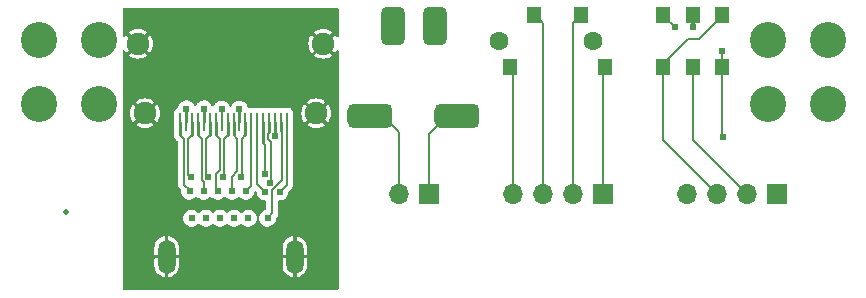
<source format=gbr>
%TF.GenerationSoftware,KiCad,Pcbnew,(6.0.2)*%
%TF.CreationDate,2022-03-04T15:26:31-05:00*%
%TF.ProjectId,Amiga500 Mod PCB Rev A,416d6967-6135-4303-9020-4d6f64205043,rev?*%
%TF.SameCoordinates,Original*%
%TF.FileFunction,Copper,L1,Top*%
%TF.FilePolarity,Positive*%
%FSLAX46Y46*%
G04 Gerber Fmt 4.6, Leading zero omitted, Abs format (unit mm)*
G04 Created by KiCad (PCBNEW (6.0.2)) date 2022-03-04 15:26:31*
%MOMM*%
%LPD*%
G01*
G04 APERTURE LIST*
G04 Aperture macros list*
%AMRoundRect*
0 Rectangle with rounded corners*
0 $1 Rounding radius*
0 $2 $3 $4 $5 $6 $7 $8 $9 X,Y pos of 4 corners*
0 Add a 4 corners polygon primitive as box body*
4,1,4,$2,$3,$4,$5,$6,$7,$8,$9,$2,$3,0*
0 Add four circle primitives for the rounded corners*
1,1,$1+$1,$2,$3*
1,1,$1+$1,$4,$5*
1,1,$1+$1,$6,$7*
1,1,$1+$1,$8,$9*
0 Add four rect primitives between the rounded corners*
20,1,$1+$1,$2,$3,$4,$5,0*
20,1,$1+$1,$4,$5,$6,$7,0*
20,1,$1+$1,$6,$7,$8,$9,0*
20,1,$1+$1,$8,$9,$2,$3,0*%
G04 Aperture macros list end*
%TA.AperFunction,ComponentPad*%
%ADD10C,1.600000*%
%TD*%
%TA.AperFunction,SMDPad,CuDef*%
%ADD11R,1.200000X1.400000*%
%TD*%
%TA.AperFunction,SMDPad,CuDef*%
%ADD12C,0.500000*%
%TD*%
%TA.AperFunction,SMDPad,CuDef*%
%ADD13R,0.280000X1.500000*%
%TD*%
%TA.AperFunction,ComponentPad*%
%ADD14C,1.900000*%
%TD*%
%TA.AperFunction,ComponentPad*%
%ADD15C,3.048000*%
%TD*%
%TA.AperFunction,ComponentPad*%
%ADD16R,1.700000X1.700000*%
%TD*%
%TA.AperFunction,ComponentPad*%
%ADD17O,1.700000X1.700000*%
%TD*%
%TA.AperFunction,SMDPad,CuDef*%
%ADD18RoundRect,0.508000X1.397000X0.508000X-1.397000X0.508000X-1.397000X-0.508000X1.397000X-0.508000X0*%
%TD*%
%TA.AperFunction,SMDPad,CuDef*%
%ADD19RoundRect,0.508000X-0.508000X1.117600X-0.508000X-1.117600X0.508000X-1.117600X0.508000X1.117600X0*%
%TD*%
%TA.AperFunction,ComponentPad*%
%ADD20O,1.450000X2.900000*%
%TD*%
%TA.AperFunction,ViaPad*%
%ADD21C,0.609600*%
%TD*%
%TA.AperFunction,Conductor*%
%ADD22C,0.203200*%
%TD*%
%TA.AperFunction,Conductor*%
%ADD23C,0.304800*%
%TD*%
%TA.AperFunction,Conductor*%
%ADD24C,0.279400*%
%TD*%
%TA.AperFunction,Conductor*%
%ADD25C,0.200000*%
%TD*%
G04 APERTURE END LIST*
D10*
%TO.P,SW2,6*%
%TO.N,N/C*%
X106506000Y-59182000D03*
%TO.P,SW2,5*%
X114506000Y-59182000D03*
D11*
%TO.P,SW2,1,1*%
%TO.N,Net-(J4-Pad1)*%
X115506000Y-61382000D03*
%TO.P,SW2,2,2*%
%TO.N,Net-(J4-Pad2)*%
X113506000Y-56982000D03*
%TO.P,SW2,3,3*%
%TO.N,Net-(J4-Pad3)*%
X109506000Y-56982000D03*
%TO.P,SW2,4,4*%
%TO.N,Net-(J4-Pad4)*%
X107506000Y-61382000D03*
%TD*%
D12*
%TO.P,FID1,*%
%TO.N,*%
X69850000Y-73660000D03*
%TD*%
D13*
%TO.P,J1,1,1*%
%TO.N,/TMDS_Data2+*%
X79570000Y-66035000D03*
%TO.P,J1,2,2*%
%TO.N,/TMDS Data2 shield*%
X80070000Y-66035000D03*
%TO.P,J1,3,3*%
%TO.N,/TMDS_Data2-*%
X80570000Y-66035000D03*
%TO.P,J1,4,4*%
%TO.N,/TMDS Data1+*%
X81070000Y-66035000D03*
%TO.P,J1,5,5*%
%TO.N,/TMDS Data1 shield*%
X81570000Y-66035000D03*
%TO.P,J1,6,6*%
%TO.N,/TMDS Data1-*%
X82070000Y-66035000D03*
%TO.P,J1,7,7*%
%TO.N,/TMDS Data0+*%
X82570000Y-66035000D03*
%TO.P,J1,8,8*%
%TO.N,/TMDS Data0 shield*%
X83070000Y-66035000D03*
%TO.P,J1,9,9*%
%TO.N,/TMDS Data0-*%
X83570000Y-66035000D03*
%TO.P,J1,10,10*%
%TO.N,/TMDS Clock+*%
X84070000Y-66035000D03*
%TO.P,J1,11,11*%
%TO.N,/TMDS Clock shield*%
X84570000Y-66035000D03*
%TO.P,J1,12,12*%
%TO.N,/TMDS Clock-*%
X85070000Y-66035000D03*
%TO.P,J1,13,13*%
%TO.N,/CEC*%
X85570000Y-66035000D03*
%TO.P,J1,14,14*%
%TO.N,/HEAC+*%
X86070000Y-66035000D03*
%TO.P,J1,15,15*%
%TO.N,/SCL*%
X86570000Y-66035000D03*
%TO.P,J1,16,16*%
%TO.N,/SDA*%
X87070000Y-66035000D03*
%TO.P,J1,17,17*%
%TO.N,/CEC Ground*%
X87570000Y-66035000D03*
%TO.P,J1,18,18*%
%TO.N,/+5V Power*%
X88070000Y-66035000D03*
%TO.P,J1,19,19*%
%TO.N,/Plug Detect*%
X88570000Y-66035000D03*
D14*
%TO.P,J1,S1,S1*%
%TO.N,GNDREF*%
X76570000Y-65335000D03*
%TO.P,J1,S2,S2*%
X75970000Y-59435000D03*
%TO.P,J1,S3,S3*%
X91670000Y-59435000D03*
%TO.P,J1,S4,S4*%
X91070000Y-65335000D03*
%TD*%
D15*
%TO.P,J7,1,Pin_1*%
%TO.N,unconnected-(J7-Pad1)*%
X134366000Y-59097700D03*
%TO.P,J7,2,Pin_2*%
%TO.N,unconnected-(J7-Pad2)*%
X129286000Y-59097700D03*
%TO.P,J7,3,Pin_3*%
%TO.N,unconnected-(J7-Pad3)*%
X129286000Y-64533300D03*
%TO.P,J7,4,Pin_4*%
%TO.N,unconnected-(J7-Pad4)*%
X134366000Y-64533300D03*
%TD*%
%TO.P,J6,1,Pin_1*%
%TO.N,unconnected-(J6-Pad1)*%
X72644000Y-59097700D03*
%TO.P,J6,2,Pin_2*%
%TO.N,unconnected-(J6-Pad2)*%
X67564000Y-59097700D03*
%TO.P,J6,3,Pin_3*%
%TO.N,unconnected-(J6-Pad3)*%
X67564000Y-64533300D03*
%TO.P,J6,4,Pin_4*%
%TO.N,unconnected-(J6-Pad4)*%
X72644000Y-64533300D03*
%TD*%
D16*
%TO.P,J3,1,Pin_1*%
%TO.N,Net-(J3-Pad1)*%
X100589004Y-72136000D03*
D17*
%TO.P,J3,2,Pin_2*%
%TO.N,Net-(J3-Pad2)*%
X98049000Y-72136000D03*
%TD*%
D18*
%TO.P,SW1,1,1*%
%TO.N,Net-(J3-Pad1)*%
X102997000Y-65562000D03*
%TO.P,SW1,2,2*%
%TO.N,Net-(J3-Pad2)*%
X95631000Y-65562000D03*
D19*
%TO.P,SW1,3*%
%TO.N,N/C*%
X101092000Y-57942000D03*
%TO.P,SW1,4*%
X97536000Y-57942000D03*
%TD*%
D16*
%TO.P,J5,1,Pin_1*%
%TO.N,Net-(J5-Pad1)*%
X130038000Y-72136000D03*
D17*
%TO.P,J5,2,Pin_2*%
%TO.N,Net-(J5-Pad2)*%
X127498000Y-72136000D03*
%TO.P,J5,3,Pin_3*%
%TO.N,Net-(J5-Pad3)*%
X124958000Y-72136000D03*
%TO.P,J5,4,Pin_4*%
%TO.N,Net-(J5-Pad4)*%
X122418000Y-72136000D03*
%TD*%
D11*
%TO.P,SW3,1,A*%
%TO.N,Net-(J5-Pad3)*%
X125436000Y-56982000D03*
%TO.P,SW3,2,B*%
%TO.N,Net-(J5-Pad1)*%
X122936000Y-56982000D03*
%TO.P,SW3,3,C*%
%TO.N,Net-(J5-Pad4)*%
X120436000Y-56982000D03*
%TO.P,SW3,4,A*%
X125436000Y-61382000D03*
%TO.P,SW3,5,B*%
%TO.N,Net-(J5-Pad2)*%
X122936000Y-61382000D03*
%TO.P,SW3,6,C*%
%TO.N,Net-(J5-Pad3)*%
X120436000Y-61382000D03*
%TD*%
D16*
%TO.P,J4,1,Pin_1*%
%TO.N,Net-(J4-Pad1)*%
X115306000Y-72136000D03*
D17*
%TO.P,J4,2,Pin_2*%
%TO.N,Net-(J4-Pad2)*%
X112766000Y-72136000D03*
%TO.P,J4,3,Pin_3*%
%TO.N,Net-(J4-Pad3)*%
X110226000Y-72136000D03*
%TO.P,J4,4,Pin_4*%
%TO.N,Net-(J4-Pad4)*%
X107686000Y-72136000D03*
%TD*%
D20*
%TO.P,J2,S3,SHIELD*%
%TO.N,GNDREF*%
X89245000Y-77470000D03*
%TO.P,J2,S4,SHIELD*%
X78395000Y-77470000D03*
%TD*%
D21*
%TO.N,Net-(J5-Pad4)*%
X125425200Y-60071000D03*
X121412000Y-58039000D03*
X125476000Y-67310000D03*
%TO.N,Net-(J5-Pad1)*%
X122936000Y-58039000D03*
%TO.N,/Plug Detect*%
X87986678Y-71984678D03*
%TO.N,/+5V Power*%
X86944200Y-74218800D03*
%TO.N,/HEAC+*%
X86741000Y-71983600D03*
%TO.N,/SDA*%
X87122000Y-71196200D03*
%TO.N,/SCL*%
X86690200Y-70510400D03*
%TO.N,/CEC*%
X85115400Y-71932800D03*
%TO.N,/CEC Ground*%
X85318600Y-74218800D03*
X87579189Y-67265782D03*
%TO.N,/TMDS Clock-*%
X84709000Y-70688200D03*
%TO.N,/TMDS Clock+*%
X83921600Y-71932800D03*
%TO.N,/TMDS Clock shield*%
X84124800Y-74218800D03*
X84556600Y-64973200D03*
%TO.N,/TMDS Data0-*%
X83134200Y-70713600D03*
%TO.N,/TMDS Data0+*%
X82727800Y-71932800D03*
%TO.N,/TMDS Data0 shield*%
X82931000Y-74218800D03*
X83058000Y-64973200D03*
%TO.N,/TMDS Data1-*%
X81915000Y-70739000D03*
%TO.N,/TMDS Data1+*%
X81534000Y-71932800D03*
%TO.N,/TMDS Data1 shield*%
X81737200Y-74218800D03*
X81559400Y-64947800D03*
%TO.N,/TMDS Data2 shield*%
X80518000Y-74218800D03*
X80060800Y-64947800D03*
%TO.N,/TMDS_Data2+*%
X80340200Y-71932800D03*
%TO.N,/TMDS_Data2-*%
X80441800Y-70713600D03*
%TD*%
D22*
%TO.N,/+5V Power*%
X87350600Y-73812400D02*
X87350600Y-71805800D01*
X87350600Y-71805800D02*
X88137500Y-71018900D01*
X88137500Y-71018900D02*
X88137500Y-66928500D01*
X88137500Y-66928500D02*
X88061800Y-66852800D01*
X86944200Y-74218800D02*
X87350600Y-73812400D01*
%TO.N,Net-(J5-Pad3)*%
X120436000Y-61174000D02*
X120436000Y-67614000D01*
X122555000Y-59055000D02*
X120436000Y-61174000D01*
X120436000Y-67614000D02*
X124958000Y-72136000D01*
X123444000Y-59055000D02*
X122555000Y-59055000D01*
X125436000Y-57063000D02*
X123444000Y-59055000D01*
X125436000Y-56936000D02*
X125436000Y-57063000D01*
%TO.N,Net-(J5-Pad2)*%
X122936000Y-67574000D02*
X122936000Y-61382000D01*
X127498000Y-72136000D02*
X122936000Y-67574000D01*
%TO.N,Net-(J5-Pad4)*%
X125436000Y-60081800D02*
X125436000Y-61128000D01*
X125425200Y-60071000D02*
X125436000Y-60081800D01*
D23*
%TO.N,Net-(J5-Pad1)*%
X122936000Y-58039000D02*
X122936000Y-56982000D01*
D22*
%TO.N,Net-(J5-Pad4)*%
X121412000Y-58039000D02*
X120436000Y-57063000D01*
%TO.N,Net-(J4-Pad3)*%
X110226000Y-72136000D02*
X110226000Y-57702000D01*
X110226000Y-57702000D02*
X109506000Y-56982000D01*
%TO.N,Net-(J4-Pad2)*%
X112766000Y-57722000D02*
X113506000Y-56982000D01*
X112766000Y-72136000D02*
X112766000Y-57722000D01*
%TO.N,Net-(J3-Pad1)*%
X102459000Y-65181000D02*
X102997000Y-65181000D01*
X100589000Y-72136000D02*
X100589000Y-67051000D01*
X100589000Y-67051000D02*
X102459000Y-65181000D01*
%TO.N,Net-(J3-Pad2)*%
X96281000Y-65181000D02*
X95631000Y-65181000D01*
X98049000Y-66949000D02*
X96281000Y-65181000D01*
X98049000Y-72136000D02*
X98049000Y-66949000D01*
%TO.N,Net-(J5-Pad4)*%
X125476000Y-67310000D02*
X125436000Y-67270000D01*
X125436000Y-67270000D02*
X125436000Y-60620000D01*
%TO.N,Net-(J4-Pad1)*%
X115306000Y-72136000D02*
X115306000Y-60820000D01*
%TO.N,Net-(J4-Pad4)*%
X107686000Y-72136000D02*
X107686000Y-60800000D01*
%TO.N,/Plug Detect*%
X87986678Y-71984678D02*
X88570000Y-71401356D01*
X88570000Y-71401356D02*
X88570000Y-66035000D01*
D24*
%TO.N,/+5V Power*%
X88070004Y-66835604D02*
X88070004Y-66034996D01*
D22*
%TO.N,/SDA*%
X87020889Y-67053339D02*
X87070114Y-67004114D01*
X87249000Y-67743972D02*
X87020889Y-67515861D01*
X87249000Y-71069200D02*
X87249000Y-67743972D01*
X87122000Y-71196200D02*
X87249000Y-71069200D01*
X87020889Y-67515861D02*
X87020889Y-67053339D01*
%TO.N,/HEAC+*%
X86070000Y-71312600D02*
X86070000Y-66035000D01*
X86741000Y-71983600D02*
X86070000Y-71312600D01*
%TO.N,/CEC Ground*%
X87579200Y-67265771D02*
X87579200Y-66979800D01*
X87579189Y-67265782D02*
X87579200Y-67265771D01*
D24*
%TO.N,/SDA*%
X87070108Y-66927908D02*
X87070108Y-66035123D01*
X87071200Y-66929000D02*
X87070108Y-66927908D01*
D22*
X87070114Y-66035114D02*
X87070000Y-66035000D01*
%TO.N,/SCL*%
X86690200Y-67945000D02*
X86570000Y-67824800D01*
D24*
X86570007Y-67824807D02*
X86570007Y-66034996D01*
D22*
X86690200Y-70510400D02*
X86690200Y-67945000D01*
%TO.N,/CEC*%
X85570000Y-71478200D02*
X85570000Y-66035000D01*
X85115400Y-71932800D02*
X85570000Y-71478200D01*
D24*
%TO.N,/CEC Ground*%
X87579200Y-66979800D02*
X87579200Y-66044191D01*
D22*
X87579200Y-66044200D02*
X87570000Y-66035000D01*
D25*
%TO.N,/TMDS Clock+*%
X83921600Y-70688291D02*
X84392200Y-70217691D01*
X84392200Y-70217691D02*
X84392200Y-69952602D01*
X83921600Y-71932800D02*
X83921600Y-70688291D01*
%TO.N,/TMDS Clock-*%
X84709000Y-70688200D02*
X84747800Y-70649400D01*
X84747800Y-70649400D02*
X84747800Y-69952602D01*
D22*
X85070000Y-67160001D02*
X84747800Y-67482201D01*
%TO.N,/TMDS Clock+*%
X84392200Y-67482201D02*
X84392200Y-69952602D01*
%TO.N,/TMDS Clock-*%
X84747800Y-67482201D02*
X84747800Y-69952602D01*
%TO.N,/TMDS Clock+*%
X84070000Y-67160001D02*
X84392200Y-67482201D01*
D24*
X84070012Y-66034996D02*
X84070012Y-67160013D01*
%TO.N,/TMDS Clock-*%
X85070010Y-66034996D02*
X85070010Y-67160013D01*
D25*
%TO.N,/TMDS Data0-*%
X83247800Y-70600000D02*
X83247800Y-69984896D01*
X83134200Y-70713600D02*
X83247800Y-70600000D01*
%TO.N,/TMDS Data0+*%
X82892200Y-70142800D02*
X82892200Y-69984896D01*
X82577489Y-70457511D02*
X82892200Y-70142800D01*
X82577489Y-71782489D02*
X82577489Y-70457511D01*
X82727800Y-71932800D02*
X82577489Y-71782489D01*
D22*
%TO.N,/TMDS Data0-*%
X83247800Y-67482201D02*
X83247800Y-69984896D01*
X83570000Y-67160001D02*
X83247800Y-67482201D01*
D24*
X83569988Y-66034996D02*
X83569988Y-67160013D01*
D22*
%TO.N,/TMDS Data0+*%
X82892200Y-67482201D02*
X82892200Y-69984896D01*
D24*
X82569990Y-66034996D02*
X82569990Y-67160013D01*
D22*
X82570000Y-67160001D02*
X82892200Y-67482201D01*
%TO.N,/TMDS Data1-*%
X81785448Y-70739000D02*
X81915000Y-70739000D01*
X81747800Y-70701352D02*
X81785448Y-70739000D01*
X81747800Y-67482201D02*
X81747800Y-70701352D01*
X82070000Y-67160001D02*
X81747800Y-67482201D01*
%TO.N,/TMDS Data1+*%
X81534000Y-71147572D02*
X81534000Y-71932800D01*
X81356689Y-70970261D02*
X81534000Y-71147572D01*
D24*
%TO.N,/TMDS Data1-*%
X82069991Y-66034996D02*
X82069991Y-67160013D01*
D22*
%TO.N,/TMDS Data1+*%
X81392200Y-67482201D02*
X81392200Y-70472228D01*
X81070000Y-67160001D02*
X81392200Y-67482201D01*
X81392200Y-70472228D02*
X81356689Y-70507739D01*
X81356689Y-70507739D02*
X81356689Y-70970261D01*
D24*
X81069993Y-66034996D02*
X81069993Y-67160013D01*
D22*
%TO.N,/TMDS_Data2-*%
X80247800Y-67482201D02*
X80247800Y-70519600D01*
%TO.N,/TMDS_Data2+*%
X79892200Y-71359197D02*
X80340200Y-71807197D01*
D24*
%TO.N,/TMDS_Data2-*%
X80569994Y-66034996D02*
X80569994Y-67160013D01*
D22*
%TO.N,/TMDS_Data2+*%
X79892200Y-70953572D02*
X79892200Y-71359197D01*
X79883489Y-70944861D02*
X79892200Y-70953572D01*
X79883489Y-67473490D02*
X79883489Y-70944861D01*
%TO.N,/TMDS_Data2-*%
X80247800Y-70519600D02*
X80295000Y-70566800D01*
%TO.N,/TMDS_Data2+*%
X79570000Y-67160001D02*
X79883489Y-67473490D01*
D24*
X79569996Y-66034996D02*
X79569996Y-67160013D01*
D22*
%TO.N,/TMDS_Data2-*%
X80570000Y-67160001D02*
X80247800Y-67482201D01*
%TO.N,/TMDS Clock shield*%
X84570000Y-64986600D02*
X84556600Y-64973200D01*
D24*
X84570011Y-66034996D02*
X84570011Y-64986611D01*
D25*
%TO.N,/TMDS_Data2+*%
X80340200Y-71932800D02*
X80340200Y-71807197D01*
%TO.N,/TMDS_Data2-*%
X80441800Y-70713600D02*
X80295000Y-70566800D01*
D22*
%TO.N,/TMDS Data0 shield*%
X83070000Y-64985200D02*
X83058000Y-64973200D01*
X83070000Y-66035000D02*
X83070000Y-64985200D01*
%TO.N,/TMDS Data1 shield*%
X81570000Y-64958400D02*
X81559400Y-64947800D01*
D24*
X81569992Y-66034996D02*
X81569992Y-64958392D01*
%TO.N,/TMDS Data2 shield*%
X80069995Y-66034996D02*
X80069995Y-64956995D01*
D22*
X80070000Y-64957000D02*
X80060800Y-64947800D01*
%TD*%
%TA.AperFunction,Conductor*%
%TO.N,GNDREF*%
G36*
X92922531Y-56407213D02*
G01*
X92959076Y-56457513D01*
X92964000Y-56488600D01*
X92964000Y-58787104D01*
X92944787Y-58846235D01*
X92894487Y-58882780D01*
X92832313Y-58882780D01*
X92782013Y-58846235D01*
X92772226Y-58829620D01*
X92762699Y-58809190D01*
X92758321Y-58801607D01*
X92668865Y-58673850D01*
X92658043Y-58665695D01*
X92657401Y-58665683D01*
X92650991Y-58669535D01*
X91896794Y-59423732D01*
X91890639Y-59435811D01*
X91891449Y-59440923D01*
X92648459Y-60197933D01*
X92660538Y-60204088D01*
X92661170Y-60203988D01*
X92666811Y-60199084D01*
X92758321Y-60068393D01*
X92762699Y-60060810D01*
X92772226Y-60040380D01*
X92814628Y-59994909D01*
X92875660Y-59983046D01*
X92932009Y-60009322D01*
X92962152Y-60063701D01*
X92964000Y-60082896D01*
X92964000Y-80163400D01*
X92944787Y-80222531D01*
X92894487Y-80259076D01*
X92863400Y-80264000D01*
X74776600Y-80264000D01*
X74717469Y-80244787D01*
X74680924Y-80194487D01*
X74676000Y-80163400D01*
X74676000Y-78243362D01*
X77365200Y-78243362D01*
X77365440Y-78248267D01*
X77379444Y-78391098D01*
X77381346Y-78400698D01*
X77436870Y-78584606D01*
X77440609Y-78593677D01*
X77530796Y-78763294D01*
X77536215Y-78771451D01*
X77657641Y-78920334D01*
X77664536Y-78927278D01*
X77812569Y-79049740D01*
X77820681Y-79055212D01*
X77989682Y-79146591D01*
X77998702Y-79150382D01*
X78182229Y-79207193D01*
X78191820Y-79209162D01*
X78226753Y-79212834D01*
X78240013Y-79210015D01*
X78241705Y-79208136D01*
X78242600Y-79203924D01*
X78242600Y-79199298D01*
X78547400Y-79199298D01*
X78551588Y-79212188D01*
X78553941Y-79213897D01*
X78557576Y-79214305D01*
X78583999Y-79211900D01*
X78593619Y-79210065D01*
X78777918Y-79155823D01*
X78786995Y-79152156D01*
X78957251Y-79063147D01*
X78965441Y-79057788D01*
X79115167Y-78937406D01*
X79122163Y-78930554D01*
X79245646Y-78783392D01*
X79251186Y-78775302D01*
X79343734Y-78606958D01*
X79347595Y-78597951D01*
X79405683Y-78414835D01*
X79407720Y-78405250D01*
X79424487Y-78255766D01*
X79424800Y-78250164D01*
X79424800Y-78243362D01*
X88215200Y-78243362D01*
X88215440Y-78248267D01*
X88229444Y-78391098D01*
X88231346Y-78400698D01*
X88286870Y-78584606D01*
X88290609Y-78593677D01*
X88380796Y-78763294D01*
X88386215Y-78771451D01*
X88507641Y-78920334D01*
X88514536Y-78927278D01*
X88662569Y-79049740D01*
X88670681Y-79055212D01*
X88839682Y-79146591D01*
X88848702Y-79150382D01*
X89032229Y-79207193D01*
X89041820Y-79209162D01*
X89076753Y-79212834D01*
X89090013Y-79210015D01*
X89091705Y-79208136D01*
X89092600Y-79203924D01*
X89092600Y-79199298D01*
X89397400Y-79199298D01*
X89401588Y-79212188D01*
X89403941Y-79213897D01*
X89407576Y-79214305D01*
X89433999Y-79211900D01*
X89443619Y-79210065D01*
X89627918Y-79155823D01*
X89636995Y-79152156D01*
X89807251Y-79063147D01*
X89815441Y-79057788D01*
X89965167Y-78937406D01*
X89972163Y-78930554D01*
X90095646Y-78783392D01*
X90101186Y-78775302D01*
X90193734Y-78606958D01*
X90197595Y-78597951D01*
X90255683Y-78414835D01*
X90257720Y-78405250D01*
X90274487Y-78255766D01*
X90274800Y-78250164D01*
X90274800Y-77638333D01*
X90270612Y-77625443D01*
X90266423Y-77622400D01*
X89413333Y-77622400D01*
X89400443Y-77626588D01*
X89397400Y-77630777D01*
X89397400Y-79199298D01*
X89092600Y-79199298D01*
X89092600Y-77638333D01*
X89088412Y-77625443D01*
X89084223Y-77622400D01*
X88231133Y-77622400D01*
X88218243Y-77626588D01*
X88215200Y-77630777D01*
X88215200Y-78243362D01*
X79424800Y-78243362D01*
X79424800Y-77638333D01*
X79420612Y-77625443D01*
X79416423Y-77622400D01*
X78563333Y-77622400D01*
X78550443Y-77626588D01*
X78547400Y-77630777D01*
X78547400Y-79199298D01*
X78242600Y-79199298D01*
X78242600Y-77638333D01*
X78238412Y-77625443D01*
X78234223Y-77622400D01*
X77381133Y-77622400D01*
X77368243Y-77626588D01*
X77365200Y-77630777D01*
X77365200Y-78243362D01*
X74676000Y-78243362D01*
X74676000Y-77301667D01*
X77365200Y-77301667D01*
X77369388Y-77314557D01*
X77373577Y-77317600D01*
X78226667Y-77317600D01*
X78239557Y-77313412D01*
X78242600Y-77309223D01*
X78242600Y-77301667D01*
X78547400Y-77301667D01*
X78551588Y-77314557D01*
X78555777Y-77317600D01*
X79408867Y-77317600D01*
X79421757Y-77313412D01*
X79424800Y-77309223D01*
X79424800Y-77301667D01*
X88215200Y-77301667D01*
X88219388Y-77314557D01*
X88223577Y-77317600D01*
X89076667Y-77317600D01*
X89089557Y-77313412D01*
X89092600Y-77309223D01*
X89092600Y-77301667D01*
X89397400Y-77301667D01*
X89401588Y-77314557D01*
X89405777Y-77317600D01*
X90258867Y-77317600D01*
X90271757Y-77313412D01*
X90274800Y-77309223D01*
X90274800Y-76696638D01*
X90274560Y-76691733D01*
X90260556Y-76548902D01*
X90258654Y-76539302D01*
X90203130Y-76355394D01*
X90199391Y-76346323D01*
X90109204Y-76176706D01*
X90103785Y-76168549D01*
X89982359Y-76019666D01*
X89975464Y-76012722D01*
X89827431Y-75890260D01*
X89819319Y-75884788D01*
X89650318Y-75793409D01*
X89641298Y-75789618D01*
X89457771Y-75732807D01*
X89448180Y-75730838D01*
X89413247Y-75727166D01*
X89399987Y-75729985D01*
X89398295Y-75731864D01*
X89397400Y-75736076D01*
X89397400Y-77301667D01*
X89092600Y-77301667D01*
X89092600Y-75740702D01*
X89088412Y-75727812D01*
X89086059Y-75726103D01*
X89082424Y-75725695D01*
X89056001Y-75728100D01*
X89046381Y-75729935D01*
X88862082Y-75784177D01*
X88853005Y-75787844D01*
X88682749Y-75876853D01*
X88674559Y-75882212D01*
X88524833Y-76002594D01*
X88517837Y-76009446D01*
X88394354Y-76156608D01*
X88388814Y-76164698D01*
X88296266Y-76333042D01*
X88292405Y-76342049D01*
X88234317Y-76525165D01*
X88232280Y-76534750D01*
X88215513Y-76684234D01*
X88215200Y-76689836D01*
X88215200Y-77301667D01*
X79424800Y-77301667D01*
X79424800Y-76696638D01*
X79424560Y-76691733D01*
X79410556Y-76548902D01*
X79408654Y-76539302D01*
X79353130Y-76355394D01*
X79349391Y-76346323D01*
X79259204Y-76176706D01*
X79253785Y-76168549D01*
X79132359Y-76019666D01*
X79125464Y-76012722D01*
X78977431Y-75890260D01*
X78969319Y-75884788D01*
X78800318Y-75793409D01*
X78791298Y-75789618D01*
X78607771Y-75732807D01*
X78598180Y-75730838D01*
X78563247Y-75727166D01*
X78549987Y-75729985D01*
X78548295Y-75731864D01*
X78547400Y-75736076D01*
X78547400Y-77301667D01*
X78242600Y-77301667D01*
X78242600Y-75740702D01*
X78238412Y-75727812D01*
X78236059Y-75726103D01*
X78232424Y-75725695D01*
X78206001Y-75728100D01*
X78196381Y-75729935D01*
X78012082Y-75784177D01*
X78003005Y-75787844D01*
X77832749Y-75876853D01*
X77824559Y-75882212D01*
X77674833Y-76002594D01*
X77667837Y-76009446D01*
X77544354Y-76156608D01*
X77538814Y-76164698D01*
X77446266Y-76333042D01*
X77442405Y-76342049D01*
X77384317Y-76525165D01*
X77382280Y-76534750D01*
X77365513Y-76684234D01*
X77365200Y-76689836D01*
X77365200Y-77301667D01*
X74676000Y-77301667D01*
X74676000Y-74211292D01*
X79801112Y-74211292D01*
X79801777Y-74217316D01*
X79801777Y-74217320D01*
X79803598Y-74233814D01*
X79820015Y-74382511D01*
X79879213Y-74544278D01*
X79975290Y-74687255D01*
X80102698Y-74803187D01*
X80254082Y-74885382D01*
X80259952Y-74886922D01*
X80414835Y-74927555D01*
X80414836Y-74927555D01*
X80420702Y-74929094D01*
X80504278Y-74930407D01*
X80586876Y-74931705D01*
X80586878Y-74931705D01*
X80592939Y-74931800D01*
X80598850Y-74930446D01*
X80598852Y-74930446D01*
X80754940Y-74894697D01*
X80754943Y-74894696D01*
X80760850Y-74893343D01*
X80914741Y-74815944D01*
X80919353Y-74812005D01*
X80919356Y-74812003D01*
X81041116Y-74708010D01*
X81045728Y-74704071D01*
X81049266Y-74699147D01*
X81053374Y-74694680D01*
X81055554Y-74696685D01*
X81096134Y-74666920D01*
X81158307Y-74666638D01*
X81195360Y-74688047D01*
X81317414Y-74799107D01*
X81321898Y-74803187D01*
X81473282Y-74885382D01*
X81479152Y-74886922D01*
X81634035Y-74927555D01*
X81634036Y-74927555D01*
X81639902Y-74929094D01*
X81723478Y-74930407D01*
X81806076Y-74931705D01*
X81806078Y-74931705D01*
X81812139Y-74931800D01*
X81818050Y-74930446D01*
X81818052Y-74930446D01*
X81974140Y-74894697D01*
X81974143Y-74894696D01*
X81980050Y-74893343D01*
X82133941Y-74815944D01*
X82138553Y-74812005D01*
X82138556Y-74812003D01*
X82199435Y-74760007D01*
X82264928Y-74704071D01*
X82265412Y-74704638D01*
X82315439Y-74676453D01*
X82377201Y-74683602D01*
X82403024Y-74700662D01*
X82411102Y-74708012D01*
X82515698Y-74803187D01*
X82667082Y-74885382D01*
X82672952Y-74886922D01*
X82827835Y-74927555D01*
X82827836Y-74927555D01*
X82833702Y-74929094D01*
X82917278Y-74930407D01*
X82999876Y-74931705D01*
X82999878Y-74931705D01*
X83005939Y-74931800D01*
X83011850Y-74930446D01*
X83011852Y-74930446D01*
X83167940Y-74894697D01*
X83167943Y-74894696D01*
X83173850Y-74893343D01*
X83327741Y-74815944D01*
X83332353Y-74812005D01*
X83332356Y-74812003D01*
X83393235Y-74760007D01*
X83458728Y-74704071D01*
X83459212Y-74704638D01*
X83509239Y-74676453D01*
X83571001Y-74683602D01*
X83596824Y-74700662D01*
X83604902Y-74708012D01*
X83709498Y-74803187D01*
X83860882Y-74885382D01*
X83866752Y-74886922D01*
X84021635Y-74927555D01*
X84021636Y-74927555D01*
X84027502Y-74929094D01*
X84111078Y-74930407D01*
X84193676Y-74931705D01*
X84193678Y-74931705D01*
X84199739Y-74931800D01*
X84205650Y-74930446D01*
X84205652Y-74930446D01*
X84361740Y-74894697D01*
X84361743Y-74894696D01*
X84367650Y-74893343D01*
X84521541Y-74815944D01*
X84526153Y-74812005D01*
X84526156Y-74812003D01*
X84587035Y-74760007D01*
X84652528Y-74704071D01*
X84653012Y-74704638D01*
X84703039Y-74676453D01*
X84764801Y-74683602D01*
X84790624Y-74700662D01*
X84798702Y-74708012D01*
X84903298Y-74803187D01*
X85054682Y-74885382D01*
X85060552Y-74886922D01*
X85215435Y-74927555D01*
X85215436Y-74927555D01*
X85221302Y-74929094D01*
X85304878Y-74930407D01*
X85387476Y-74931705D01*
X85387478Y-74931705D01*
X85393539Y-74931800D01*
X85399450Y-74930446D01*
X85399452Y-74930446D01*
X85555540Y-74894697D01*
X85555543Y-74894696D01*
X85561450Y-74893343D01*
X85715341Y-74815944D01*
X85719953Y-74812005D01*
X85719956Y-74812003D01*
X85841716Y-74708010D01*
X85846328Y-74704071D01*
X85946848Y-74564182D01*
X85954850Y-74544278D01*
X86008834Y-74409985D01*
X86011098Y-74404354D01*
X86032660Y-74252858D01*
X86047072Y-74223438D01*
X86042702Y-74219291D01*
X86031240Y-74183375D01*
X86015561Y-74053811D01*
X86015561Y-74053809D01*
X86014832Y-74047789D01*
X85974904Y-73942121D01*
X85956088Y-73892327D01*
X85956087Y-73892326D01*
X85953943Y-73886651D01*
X85856375Y-73744688D01*
X85727760Y-73630096D01*
X85575524Y-73549491D01*
X85408455Y-73507526D01*
X85402398Y-73507494D01*
X85402396Y-73507494D01*
X85318294Y-73507054D01*
X85236198Y-73506624D01*
X85230301Y-73508040D01*
X85230299Y-73508040D01*
X85148314Y-73527723D01*
X85068699Y-73546837D01*
X85063313Y-73549617D01*
X85063310Y-73549618D01*
X84921013Y-73623064D01*
X84915627Y-73625844D01*
X84911062Y-73629826D01*
X84911061Y-73629827D01*
X84787201Y-73737876D01*
X84730011Y-73762269D01*
X84669406Y-73748388D01*
X84654147Y-73737179D01*
X84538489Y-73634131D01*
X84538488Y-73634130D01*
X84533960Y-73630096D01*
X84381724Y-73549491D01*
X84214655Y-73507526D01*
X84208598Y-73507494D01*
X84208596Y-73507494D01*
X84124494Y-73507054D01*
X84042398Y-73506624D01*
X84036501Y-73508040D01*
X84036499Y-73508040D01*
X83954514Y-73527723D01*
X83874899Y-73546837D01*
X83869513Y-73549617D01*
X83869510Y-73549618D01*
X83727213Y-73623064D01*
X83721827Y-73625844D01*
X83717262Y-73629826D01*
X83717261Y-73629827D01*
X83593401Y-73737876D01*
X83536211Y-73762269D01*
X83475606Y-73748388D01*
X83460347Y-73737179D01*
X83344689Y-73634131D01*
X83344688Y-73634130D01*
X83340160Y-73630096D01*
X83187924Y-73549491D01*
X83020855Y-73507526D01*
X83014798Y-73507494D01*
X83014796Y-73507494D01*
X82930694Y-73507054D01*
X82848598Y-73506624D01*
X82842701Y-73508040D01*
X82842699Y-73508040D01*
X82760714Y-73527723D01*
X82681099Y-73546837D01*
X82675713Y-73549617D01*
X82675710Y-73549618D01*
X82533413Y-73623064D01*
X82528027Y-73625844D01*
X82523462Y-73629826D01*
X82523461Y-73629827D01*
X82399601Y-73737876D01*
X82342411Y-73762269D01*
X82281806Y-73748388D01*
X82266547Y-73737179D01*
X82150889Y-73634131D01*
X82150888Y-73634130D01*
X82146360Y-73630096D01*
X81994124Y-73549491D01*
X81827055Y-73507526D01*
X81820998Y-73507494D01*
X81820996Y-73507494D01*
X81736894Y-73507054D01*
X81654798Y-73506624D01*
X81648901Y-73508040D01*
X81648899Y-73508040D01*
X81566914Y-73527723D01*
X81487299Y-73546837D01*
X81481913Y-73549617D01*
X81481910Y-73549618D01*
X81339613Y-73623064D01*
X81334227Y-73625844D01*
X81204419Y-73739082D01*
X81201835Y-73742759D01*
X81148518Y-73773542D01*
X81086685Y-73767043D01*
X81055965Y-73744475D01*
X81055775Y-73744688D01*
X80927160Y-73630096D01*
X80774924Y-73549491D01*
X80607855Y-73507526D01*
X80601798Y-73507494D01*
X80601796Y-73507494D01*
X80517694Y-73507054D01*
X80435598Y-73506624D01*
X80429701Y-73508040D01*
X80429699Y-73508040D01*
X80347714Y-73527723D01*
X80268099Y-73546837D01*
X80262713Y-73549617D01*
X80262710Y-73549618D01*
X80120413Y-73623064D01*
X80115027Y-73625844D01*
X79985219Y-73739082D01*
X79953223Y-73784608D01*
X79889658Y-73875052D01*
X79889656Y-73875056D01*
X79886170Y-73880016D01*
X79883967Y-73885665D01*
X79883966Y-73885668D01*
X79856735Y-73955513D01*
X79823597Y-74040508D01*
X79801112Y-74211292D01*
X74676000Y-74211292D01*
X74676000Y-66817024D01*
X79023100Y-66817024D01*
X79023297Y-66818269D01*
X79023396Y-66820786D01*
X79023396Y-67197528D01*
X79038582Y-67308387D01*
X79098058Y-67445829D01*
X79192305Y-67562213D01*
X79314378Y-67648966D01*
X79320834Y-67651290D01*
X79320996Y-67651375D01*
X79364497Y-67695797D01*
X79374989Y-67740528D01*
X79374989Y-70876629D01*
X79373548Y-70889527D01*
X79373572Y-70889529D01*
X79372998Y-70896667D01*
X79371415Y-70903661D01*
X79371859Y-70910816D01*
X79374796Y-70958159D01*
X79374989Y-70964388D01*
X79374989Y-70981374D01*
X79375497Y-70984921D01*
X79375497Y-70984923D01*
X79376616Y-70992735D01*
X79377438Y-71000760D01*
X79380434Y-71049038D01*
X79381981Y-71053322D01*
X79383700Y-71070106D01*
X79383700Y-71290965D01*
X79382259Y-71303863D01*
X79382283Y-71303865D01*
X79381709Y-71311003D01*
X79380126Y-71317997D01*
X79380570Y-71325152D01*
X79383507Y-71372495D01*
X79383700Y-71378724D01*
X79383700Y-71395710D01*
X79384208Y-71399257D01*
X79384208Y-71399259D01*
X79385327Y-71407071D01*
X79386149Y-71415096D01*
X79389145Y-71463374D01*
X79391578Y-71470112D01*
X79391578Y-71470114D01*
X79392682Y-71473171D01*
X79397643Y-71493069D01*
X79399120Y-71503384D01*
X79416344Y-71541266D01*
X79419138Y-71547410D01*
X79422181Y-71554886D01*
X79438604Y-71600378D01*
X79442831Y-71606165D01*
X79442832Y-71606166D01*
X79444752Y-71608795D01*
X79455096Y-71626496D01*
X79456441Y-71629455D01*
X79456443Y-71629458D01*
X79459408Y-71635979D01*
X79464085Y-71641407D01*
X79490985Y-71672627D01*
X79496000Y-71678943D01*
X79504625Y-71690749D01*
X79516271Y-71702395D01*
X79521347Y-71707863D01*
X79554487Y-71746324D01*
X79561816Y-71751075D01*
X79578232Y-71764356D01*
X79601711Y-71787835D01*
X79629937Y-71843233D01*
X79630315Y-71872102D01*
X79624103Y-71919280D01*
X79624103Y-71919284D01*
X79623312Y-71925292D01*
X79623977Y-71931316D01*
X79623977Y-71931320D01*
X79627372Y-71962069D01*
X79642215Y-72096511D01*
X79644301Y-72102211D01*
X79671254Y-72175863D01*
X79701413Y-72258278D01*
X79797490Y-72401255D01*
X79924898Y-72517187D01*
X80076282Y-72599382D01*
X80082152Y-72600922D01*
X80237035Y-72641555D01*
X80237036Y-72641555D01*
X80242902Y-72643094D01*
X80326478Y-72644407D01*
X80409076Y-72645705D01*
X80409078Y-72645705D01*
X80415139Y-72645800D01*
X80421050Y-72644446D01*
X80421052Y-72644446D01*
X80577140Y-72608697D01*
X80577143Y-72608696D01*
X80583050Y-72607343D01*
X80736941Y-72529944D01*
X80741553Y-72526005D01*
X80741556Y-72526003D01*
X80823357Y-72456138D01*
X80867928Y-72418071D01*
X80868412Y-72418638D01*
X80918439Y-72390453D01*
X80980201Y-72397602D01*
X81006024Y-72414662D01*
X81066784Y-72469949D01*
X81118698Y-72517187D01*
X81270082Y-72599382D01*
X81275952Y-72600922D01*
X81430835Y-72641555D01*
X81430836Y-72641555D01*
X81436702Y-72643094D01*
X81520278Y-72644407D01*
X81602876Y-72645705D01*
X81602878Y-72645705D01*
X81608939Y-72645800D01*
X81614850Y-72644446D01*
X81614852Y-72644446D01*
X81770940Y-72608697D01*
X81770943Y-72608696D01*
X81776850Y-72607343D01*
X81930741Y-72529944D01*
X81935353Y-72526005D01*
X81935356Y-72526003D01*
X82017157Y-72456138D01*
X82061728Y-72418071D01*
X82062212Y-72418638D01*
X82112239Y-72390453D01*
X82174001Y-72397602D01*
X82199824Y-72414662D01*
X82260584Y-72469949D01*
X82312498Y-72517187D01*
X82463882Y-72599382D01*
X82469752Y-72600922D01*
X82624635Y-72641555D01*
X82624636Y-72641555D01*
X82630502Y-72643094D01*
X82714078Y-72644407D01*
X82796676Y-72645705D01*
X82796678Y-72645705D01*
X82802739Y-72645800D01*
X82808650Y-72644446D01*
X82808652Y-72644446D01*
X82964740Y-72608697D01*
X82964743Y-72608696D01*
X82970650Y-72607343D01*
X83124541Y-72529944D01*
X83129153Y-72526005D01*
X83129156Y-72526003D01*
X83210957Y-72456138D01*
X83255528Y-72418071D01*
X83256012Y-72418638D01*
X83306039Y-72390453D01*
X83367801Y-72397602D01*
X83393624Y-72414662D01*
X83454384Y-72469949D01*
X83506298Y-72517187D01*
X83657682Y-72599382D01*
X83663552Y-72600922D01*
X83818435Y-72641555D01*
X83818436Y-72641555D01*
X83824302Y-72643094D01*
X83907878Y-72644407D01*
X83990476Y-72645705D01*
X83990478Y-72645705D01*
X83996539Y-72645800D01*
X84002450Y-72644446D01*
X84002452Y-72644446D01*
X84158540Y-72608697D01*
X84158543Y-72608696D01*
X84164450Y-72607343D01*
X84318341Y-72529944D01*
X84322953Y-72526005D01*
X84322956Y-72526003D01*
X84404757Y-72456138D01*
X84449328Y-72418071D01*
X84449812Y-72418638D01*
X84499839Y-72390453D01*
X84561601Y-72397602D01*
X84587424Y-72414662D01*
X84648184Y-72469949D01*
X84700098Y-72517187D01*
X84851482Y-72599382D01*
X84857352Y-72600922D01*
X85012235Y-72641555D01*
X85012236Y-72641555D01*
X85018102Y-72643094D01*
X85101678Y-72644407D01*
X85184276Y-72645705D01*
X85184278Y-72645705D01*
X85190339Y-72645800D01*
X85196250Y-72644446D01*
X85196252Y-72644446D01*
X85352340Y-72608697D01*
X85352343Y-72608696D01*
X85358250Y-72607343D01*
X85512141Y-72529944D01*
X85516753Y-72526005D01*
X85516756Y-72526003D01*
X85638516Y-72422010D01*
X85643128Y-72418071D01*
X85743648Y-72278182D01*
X85751650Y-72258278D01*
X85787043Y-72170232D01*
X85807898Y-72118354D01*
X85822979Y-72012395D01*
X85850330Y-71956562D01*
X85905278Y-71927469D01*
X85966832Y-71936229D01*
X85993709Y-71955436D01*
X86000342Y-71962069D01*
X86029199Y-72022165D01*
X86043015Y-72147311D01*
X86055273Y-72180807D01*
X86090907Y-72278182D01*
X86102213Y-72309078D01*
X86105599Y-72314116D01*
X86105599Y-72314117D01*
X86178101Y-72422010D01*
X86198290Y-72452055D01*
X86325698Y-72567987D01*
X86477082Y-72650182D01*
X86482952Y-72651722D01*
X86637835Y-72692355D01*
X86637836Y-72692355D01*
X86643702Y-72693894D01*
X86743081Y-72695455D01*
X86801902Y-72715595D01*
X86837653Y-72766462D01*
X86842100Y-72796043D01*
X86842100Y-73432047D01*
X86822887Y-73491178D01*
X86772587Y-73527723D01*
X86764984Y-73529867D01*
X86700199Y-73545420D01*
X86700195Y-73545421D01*
X86694299Y-73546837D01*
X86688913Y-73549617D01*
X86688910Y-73549618D01*
X86546613Y-73623064D01*
X86541227Y-73625844D01*
X86411419Y-73739082D01*
X86379423Y-73784608D01*
X86315858Y-73875052D01*
X86315856Y-73875056D01*
X86312370Y-73880016D01*
X86310167Y-73885665D01*
X86310166Y-73885668D01*
X86282935Y-73955513D01*
X86249797Y-74040508D01*
X86230850Y-74184420D01*
X86216194Y-74215146D01*
X86221162Y-74219960D01*
X86232247Y-74255994D01*
X86246215Y-74382511D01*
X86305413Y-74544278D01*
X86401490Y-74687255D01*
X86528898Y-74803187D01*
X86680282Y-74885382D01*
X86686152Y-74886922D01*
X86841035Y-74927555D01*
X86841036Y-74927555D01*
X86846902Y-74929094D01*
X86930478Y-74930407D01*
X87013076Y-74931705D01*
X87013078Y-74931705D01*
X87019139Y-74931800D01*
X87025050Y-74930446D01*
X87025052Y-74930446D01*
X87181140Y-74894697D01*
X87181143Y-74894696D01*
X87187050Y-74893343D01*
X87340941Y-74815944D01*
X87345553Y-74812005D01*
X87345556Y-74812003D01*
X87467316Y-74708010D01*
X87471928Y-74704071D01*
X87572448Y-74564182D01*
X87580450Y-74544278D01*
X87634434Y-74409985D01*
X87636698Y-74404354D01*
X87657592Y-74257551D01*
X87683873Y-74203902D01*
X87683558Y-74203624D01*
X87684571Y-74202477D01*
X87719708Y-74162692D01*
X87723975Y-74158152D01*
X87735982Y-74146145D01*
X87742874Y-74136949D01*
X87747961Y-74130701D01*
X87779978Y-74094449D01*
X87784405Y-74085020D01*
X87794964Y-74067446D01*
X87801216Y-74059105D01*
X87818200Y-74013799D01*
X87821324Y-74006385D01*
X87841881Y-73962600D01*
X87842985Y-73955513D01*
X87843486Y-73952298D01*
X87848687Y-73932473D01*
X87849826Y-73929434D01*
X87849826Y-73929432D01*
X87852344Y-73922716D01*
X87855927Y-73874495D01*
X87856848Y-73866474D01*
X87858502Y-73855852D01*
X87859100Y-73852014D01*
X87859100Y-73835537D01*
X87859377Y-73828081D01*
X87862608Y-73784608D01*
X87862608Y-73784606D01*
X87863139Y-73777459D01*
X87861317Y-73768923D01*
X87859100Y-73747922D01*
X87859100Y-72796690D01*
X87878313Y-72737559D01*
X87928613Y-72701014D01*
X87961280Y-72696102D01*
X88055553Y-72697583D01*
X88055555Y-72697583D01*
X88061617Y-72697678D01*
X88067528Y-72696324D01*
X88067530Y-72696324D01*
X88223618Y-72660575D01*
X88223621Y-72660574D01*
X88229528Y-72659221D01*
X88383419Y-72581822D01*
X88388031Y-72577883D01*
X88388034Y-72577881D01*
X88509794Y-72473888D01*
X88514406Y-72469949D01*
X88614926Y-72330060D01*
X88633801Y-72283108D01*
X88676912Y-72175863D01*
X88679176Y-72170232D01*
X88700819Y-72018163D01*
X88729280Y-71961203D01*
X88881312Y-71809171D01*
X88891453Y-71801068D01*
X88891438Y-71801050D01*
X88896896Y-71796405D01*
X88902958Y-71792580D01*
X88939108Y-71751648D01*
X88943375Y-71747108D01*
X88955382Y-71735101D01*
X88962274Y-71725905D01*
X88967361Y-71719657D01*
X88999378Y-71683405D01*
X89003805Y-71673976D01*
X89014364Y-71656402D01*
X89020616Y-71648061D01*
X89028701Y-71626496D01*
X89037598Y-71602762D01*
X89040726Y-71595338D01*
X89061281Y-71551556D01*
X89062883Y-71541264D01*
X89068085Y-71521439D01*
X89069228Y-71518388D01*
X89069229Y-71518384D01*
X89071745Y-71511672D01*
X89075328Y-71463451D01*
X89076249Y-71455426D01*
X89077902Y-71444811D01*
X89077902Y-71444809D01*
X89078500Y-71440970D01*
X89078500Y-71424496D01*
X89078777Y-71417041D01*
X89082008Y-71373561D01*
X89082539Y-71366415D01*
X89081043Y-71359405D01*
X89080717Y-71357876D01*
X89078500Y-71336874D01*
X89078500Y-66982204D01*
X89089465Y-66936532D01*
X89098213Y-66919363D01*
X89101809Y-66912306D01*
X89116900Y-66817024D01*
X89116900Y-66325538D01*
X90300912Y-66325538D01*
X90301012Y-66326170D01*
X90305917Y-66331811D01*
X90436606Y-66423321D01*
X90444184Y-66427696D01*
X90635214Y-66516774D01*
X90643439Y-66519767D01*
X90847026Y-66574319D01*
X90855655Y-66575840D01*
X91065622Y-66594210D01*
X91074378Y-66594210D01*
X91284345Y-66575840D01*
X91292974Y-66574319D01*
X91496561Y-66519767D01*
X91504786Y-66516774D01*
X91695816Y-66427696D01*
X91703394Y-66423321D01*
X91831150Y-66333865D01*
X91839305Y-66323043D01*
X91839317Y-66322400D01*
X91835467Y-66315993D01*
X91081268Y-65561794D01*
X91069189Y-65555639D01*
X91064077Y-65556449D01*
X90307067Y-66313459D01*
X90300912Y-66325538D01*
X89116900Y-66325538D01*
X89116900Y-65339378D01*
X89810790Y-65339378D01*
X89829160Y-65549345D01*
X89830681Y-65557974D01*
X89885233Y-65761561D01*
X89888226Y-65769786D01*
X89977304Y-65960815D01*
X89981679Y-65968393D01*
X90071135Y-66096150D01*
X90081957Y-66104305D01*
X90082599Y-66104317D01*
X90089009Y-66100465D01*
X90843206Y-65346268D01*
X90848534Y-65335811D01*
X91290639Y-65335811D01*
X91291449Y-65340923D01*
X92048459Y-66097933D01*
X92060538Y-66104088D01*
X92061170Y-66103988D01*
X92066811Y-66099084D01*
X92158321Y-65968393D01*
X92162696Y-65960815D01*
X92251774Y-65769786D01*
X92254767Y-65761561D01*
X92309319Y-65557974D01*
X92310840Y-65549345D01*
X92329210Y-65339378D01*
X92329210Y-65330622D01*
X92310840Y-65120655D01*
X92309318Y-65112022D01*
X92254767Y-64908439D01*
X92251774Y-64900214D01*
X92162696Y-64709185D01*
X92158321Y-64701607D01*
X92068865Y-64573850D01*
X92058043Y-64565695D01*
X92057401Y-64565683D01*
X92050991Y-64569535D01*
X91296794Y-65323732D01*
X91290639Y-65335811D01*
X90848534Y-65335811D01*
X90849361Y-65334189D01*
X90848551Y-65329077D01*
X90091541Y-64572067D01*
X90079462Y-64565912D01*
X90078830Y-64566012D01*
X90073189Y-64570916D01*
X89981679Y-64701607D01*
X89977304Y-64709185D01*
X89888226Y-64900214D01*
X89885233Y-64908439D01*
X89830682Y-65112022D01*
X89829160Y-65120655D01*
X89810790Y-65330622D01*
X89810790Y-65339378D01*
X89116900Y-65339378D01*
X89116900Y-65252976D01*
X89101809Y-65157694D01*
X89043292Y-65042849D01*
X88952151Y-64951708D01*
X88945099Y-64948115D01*
X88945098Y-64948114D01*
X88891097Y-64920599D01*
X88837306Y-64893191D01*
X88742024Y-64878100D01*
X88397976Y-64878100D01*
X88335734Y-64887958D01*
X88304266Y-64887958D01*
X88242024Y-64878100D01*
X87897976Y-64878100D01*
X87835734Y-64887958D01*
X87804266Y-64887958D01*
X87742024Y-64878100D01*
X87397976Y-64878100D01*
X87335734Y-64887958D01*
X87304266Y-64887958D01*
X87242024Y-64878100D01*
X86897976Y-64878100D01*
X86835734Y-64887958D01*
X86804266Y-64887958D01*
X86742024Y-64878100D01*
X86397976Y-64878100D01*
X86335734Y-64887958D01*
X86304266Y-64887958D01*
X86242024Y-64878100D01*
X85897976Y-64878100D01*
X85835734Y-64887958D01*
X85804266Y-64887958D01*
X85742024Y-64878100D01*
X85397976Y-64878100D01*
X85366857Y-64883029D01*
X85305449Y-64873302D01*
X85261486Y-64829337D01*
X85253527Y-64807932D01*
X85252832Y-64802189D01*
X85230488Y-64743058D01*
X85194088Y-64646727D01*
X85194087Y-64646726D01*
X85191943Y-64641051D01*
X85094375Y-64499088D01*
X84965760Y-64384496D01*
X84896074Y-64347599D01*
X90300683Y-64347599D01*
X90304535Y-64354009D01*
X91058732Y-65108206D01*
X91070811Y-65114361D01*
X91075923Y-65113551D01*
X91832933Y-64356541D01*
X91839088Y-64344462D01*
X91838988Y-64343830D01*
X91834083Y-64338189D01*
X91703394Y-64246679D01*
X91695816Y-64242304D01*
X91504786Y-64153226D01*
X91496561Y-64150233D01*
X91292974Y-64095681D01*
X91284345Y-64094160D01*
X91074378Y-64075790D01*
X91065622Y-64075790D01*
X90855655Y-64094160D01*
X90847026Y-64095681D01*
X90643439Y-64150233D01*
X90635214Y-64153226D01*
X90444185Y-64242304D01*
X90436607Y-64246679D01*
X90308850Y-64336135D01*
X90300695Y-64346957D01*
X90300683Y-64347599D01*
X84896074Y-64347599D01*
X84890149Y-64344462D01*
X84818886Y-64306730D01*
X84813524Y-64303891D01*
X84646455Y-64261926D01*
X84640398Y-64261894D01*
X84640396Y-64261894D01*
X84556294Y-64261454D01*
X84474198Y-64261024D01*
X84468301Y-64262440D01*
X84468299Y-64262440D01*
X84312597Y-64299821D01*
X84306699Y-64301237D01*
X84301313Y-64304017D01*
X84301310Y-64304018D01*
X84159013Y-64377464D01*
X84153627Y-64380244D01*
X84149062Y-64384226D01*
X84149061Y-64384227D01*
X84040778Y-64478688D01*
X84023819Y-64493482D01*
X83974295Y-64563949D01*
X83928258Y-64629452D01*
X83928256Y-64629456D01*
X83924770Y-64634416D01*
X83922566Y-64640070D01*
X83922565Y-64640071D01*
X83901171Y-64694945D01*
X83861792Y-64743058D01*
X83801653Y-64758836D01*
X83743726Y-64736252D01*
X83713337Y-64693963D01*
X83695488Y-64646727D01*
X83695487Y-64646726D01*
X83693343Y-64641051D01*
X83595775Y-64499088D01*
X83467160Y-64384496D01*
X83391549Y-64344462D01*
X83320286Y-64306730D01*
X83314924Y-64303891D01*
X83147855Y-64261926D01*
X83141798Y-64261894D01*
X83141796Y-64261894D01*
X83057694Y-64261454D01*
X82975598Y-64261024D01*
X82969701Y-64262440D01*
X82969699Y-64262440D01*
X82813997Y-64299821D01*
X82808099Y-64301237D01*
X82802713Y-64304017D01*
X82802710Y-64304018D01*
X82660413Y-64377464D01*
X82655027Y-64380244D01*
X82650462Y-64384226D01*
X82650461Y-64384227D01*
X82542178Y-64478688D01*
X82525219Y-64493482D01*
X82475695Y-64563949D01*
X82429658Y-64629452D01*
X82429656Y-64629456D01*
X82426170Y-64634416D01*
X82423967Y-64640065D01*
X82423966Y-64640068D01*
X82407445Y-64682444D01*
X82368066Y-64730557D01*
X82307927Y-64746334D01*
X82249999Y-64723750D01*
X82219612Y-64681461D01*
X82196892Y-64621334D01*
X82196886Y-64621323D01*
X82194743Y-64615651D01*
X82097175Y-64473688D01*
X81968560Y-64359096D01*
X81946846Y-64347599D01*
X81821686Y-64281330D01*
X81816324Y-64278491D01*
X81649255Y-64236526D01*
X81643198Y-64236494D01*
X81643196Y-64236494D01*
X81559094Y-64236054D01*
X81476998Y-64235624D01*
X81471101Y-64237040D01*
X81471099Y-64237040D01*
X81367442Y-64261926D01*
X81309499Y-64275837D01*
X81304113Y-64278617D01*
X81304110Y-64278618D01*
X81170464Y-64347599D01*
X81156427Y-64354844D01*
X81151862Y-64358826D01*
X81151861Y-64358827D01*
X81117811Y-64388531D01*
X81026619Y-64468082D01*
X81011570Y-64489495D01*
X80931058Y-64604052D01*
X80931056Y-64604056D01*
X80927570Y-64609016D01*
X80925366Y-64614670D01*
X80925365Y-64614671D01*
X80903971Y-64669545D01*
X80864592Y-64717658D01*
X80804453Y-64733436D01*
X80746526Y-64710852D01*
X80716137Y-64668563D01*
X80698288Y-64621327D01*
X80698287Y-64621326D01*
X80696143Y-64615651D01*
X80598575Y-64473688D01*
X80469960Y-64359096D01*
X80448246Y-64347599D01*
X80323086Y-64281330D01*
X80317724Y-64278491D01*
X80150655Y-64236526D01*
X80144598Y-64236494D01*
X80144596Y-64236494D01*
X80060494Y-64236054D01*
X79978398Y-64235624D01*
X79972501Y-64237040D01*
X79972499Y-64237040D01*
X79868842Y-64261926D01*
X79810899Y-64275837D01*
X79805513Y-64278617D01*
X79805510Y-64278618D01*
X79671864Y-64347599D01*
X79657827Y-64354844D01*
X79653262Y-64358826D01*
X79653261Y-64358827D01*
X79619211Y-64388531D01*
X79528019Y-64468082D01*
X79512970Y-64489495D01*
X79432458Y-64604052D01*
X79432456Y-64604056D01*
X79428970Y-64609016D01*
X79426767Y-64614665D01*
X79426766Y-64614668D01*
X79395468Y-64694945D01*
X79366397Y-64769508D01*
X79365605Y-64775525D01*
X79365604Y-64775528D01*
X79360339Y-64815524D01*
X79333573Y-64871642D01*
X79301896Y-64891626D01*
X79302694Y-64893191D01*
X79194902Y-64948114D01*
X79194901Y-64948115D01*
X79187849Y-64951708D01*
X79096708Y-65042849D01*
X79038191Y-65157694D01*
X79023100Y-65252976D01*
X79023100Y-66817024D01*
X74676000Y-66817024D01*
X74676000Y-66325538D01*
X75800912Y-66325538D01*
X75801012Y-66326170D01*
X75805917Y-66331811D01*
X75936606Y-66423321D01*
X75944184Y-66427696D01*
X76135214Y-66516774D01*
X76143439Y-66519767D01*
X76347026Y-66574319D01*
X76355655Y-66575840D01*
X76565622Y-66594210D01*
X76574378Y-66594210D01*
X76784345Y-66575840D01*
X76792974Y-66574319D01*
X76996561Y-66519767D01*
X77004786Y-66516774D01*
X77195816Y-66427696D01*
X77203394Y-66423321D01*
X77331150Y-66333865D01*
X77339305Y-66323043D01*
X77339317Y-66322400D01*
X77335467Y-66315993D01*
X76581268Y-65561794D01*
X76569189Y-65555639D01*
X76564077Y-65556449D01*
X75807067Y-66313459D01*
X75800912Y-66325538D01*
X74676000Y-66325538D01*
X74676000Y-65339378D01*
X75310790Y-65339378D01*
X75329160Y-65549345D01*
X75330681Y-65557974D01*
X75385233Y-65761561D01*
X75388226Y-65769786D01*
X75477304Y-65960815D01*
X75481679Y-65968393D01*
X75571135Y-66096150D01*
X75581957Y-66104305D01*
X75582599Y-66104317D01*
X75589009Y-66100465D01*
X76343206Y-65346268D01*
X76348534Y-65335811D01*
X76790639Y-65335811D01*
X76791449Y-65340923D01*
X77548459Y-66097933D01*
X77560538Y-66104088D01*
X77561170Y-66103988D01*
X77566811Y-66099084D01*
X77658321Y-65968393D01*
X77662696Y-65960815D01*
X77751774Y-65769786D01*
X77754767Y-65761561D01*
X77809319Y-65557974D01*
X77810840Y-65549345D01*
X77829210Y-65339378D01*
X77829210Y-65330622D01*
X77810840Y-65120655D01*
X77809318Y-65112022D01*
X77754767Y-64908439D01*
X77751774Y-64900214D01*
X77662696Y-64709185D01*
X77658321Y-64701607D01*
X77568865Y-64573850D01*
X77558043Y-64565695D01*
X77557401Y-64565683D01*
X77550991Y-64569535D01*
X76796794Y-65323732D01*
X76790639Y-65335811D01*
X76348534Y-65335811D01*
X76349361Y-65334189D01*
X76348551Y-65329077D01*
X75591541Y-64572067D01*
X75579462Y-64565912D01*
X75578830Y-64566012D01*
X75573189Y-64570916D01*
X75481679Y-64701607D01*
X75477304Y-64709185D01*
X75388226Y-64900214D01*
X75385233Y-64908439D01*
X75330682Y-65112022D01*
X75329160Y-65120655D01*
X75310790Y-65330622D01*
X75310790Y-65339378D01*
X74676000Y-65339378D01*
X74676000Y-64347599D01*
X75800683Y-64347599D01*
X75804535Y-64354009D01*
X76558732Y-65108206D01*
X76570811Y-65114361D01*
X76575923Y-65113551D01*
X77332933Y-64356541D01*
X77339088Y-64344462D01*
X77338988Y-64343830D01*
X77334083Y-64338189D01*
X77203394Y-64246679D01*
X77195816Y-64242304D01*
X77004786Y-64153226D01*
X76996561Y-64150233D01*
X76792974Y-64095681D01*
X76784345Y-64094160D01*
X76574378Y-64075790D01*
X76565622Y-64075790D01*
X76355655Y-64094160D01*
X76347026Y-64095681D01*
X76143439Y-64150233D01*
X76135214Y-64153226D01*
X75944185Y-64242304D01*
X75936607Y-64246679D01*
X75808850Y-64336135D01*
X75800695Y-64346957D01*
X75800683Y-64347599D01*
X74676000Y-64347599D01*
X74676000Y-60425538D01*
X75200912Y-60425538D01*
X75201012Y-60426170D01*
X75205917Y-60431811D01*
X75336606Y-60523321D01*
X75344184Y-60527696D01*
X75535214Y-60616774D01*
X75543439Y-60619767D01*
X75747026Y-60674319D01*
X75755655Y-60675840D01*
X75965622Y-60694210D01*
X75974378Y-60694210D01*
X76184345Y-60675840D01*
X76192974Y-60674319D01*
X76396561Y-60619767D01*
X76404786Y-60616774D01*
X76595816Y-60527696D01*
X76603394Y-60523321D01*
X76731150Y-60433865D01*
X76737425Y-60425538D01*
X90900912Y-60425538D01*
X90901012Y-60426170D01*
X90905917Y-60431811D01*
X91036606Y-60523321D01*
X91044184Y-60527696D01*
X91235214Y-60616774D01*
X91243439Y-60619767D01*
X91447026Y-60674319D01*
X91455655Y-60675840D01*
X91665622Y-60694210D01*
X91674378Y-60694210D01*
X91884345Y-60675840D01*
X91892974Y-60674319D01*
X92096561Y-60619767D01*
X92104786Y-60616774D01*
X92295816Y-60527696D01*
X92303394Y-60523321D01*
X92431150Y-60433865D01*
X92439305Y-60423043D01*
X92439317Y-60422400D01*
X92435467Y-60415993D01*
X91681268Y-59661794D01*
X91669189Y-59655639D01*
X91664077Y-59656449D01*
X90907067Y-60413459D01*
X90900912Y-60425538D01*
X76737425Y-60425538D01*
X76739305Y-60423043D01*
X76739317Y-60422400D01*
X76735467Y-60415993D01*
X75981268Y-59661794D01*
X75969189Y-59655639D01*
X75964077Y-59656449D01*
X75207067Y-60413459D01*
X75200912Y-60425538D01*
X74676000Y-60425538D01*
X74676000Y-60082896D01*
X74695213Y-60023765D01*
X74745513Y-59987220D01*
X74807687Y-59987220D01*
X74857987Y-60023765D01*
X74867774Y-60040380D01*
X74877301Y-60060810D01*
X74881679Y-60068393D01*
X74971135Y-60196150D01*
X74981957Y-60204305D01*
X74982599Y-60204317D01*
X74989009Y-60200465D01*
X75743206Y-59446268D01*
X75748534Y-59435811D01*
X76190639Y-59435811D01*
X76191449Y-59440923D01*
X76948459Y-60197933D01*
X76960538Y-60204088D01*
X76961170Y-60203988D01*
X76966811Y-60199084D01*
X77058321Y-60068393D01*
X77062696Y-60060815D01*
X77151774Y-59869786D01*
X77154767Y-59861561D01*
X77209319Y-59657974D01*
X77210840Y-59649345D01*
X77229210Y-59439378D01*
X90410790Y-59439378D01*
X90429160Y-59649345D01*
X90430681Y-59657974D01*
X90485233Y-59861561D01*
X90488226Y-59869786D01*
X90577304Y-60060815D01*
X90581679Y-60068393D01*
X90671135Y-60196150D01*
X90681957Y-60204305D01*
X90682599Y-60204317D01*
X90689009Y-60200465D01*
X91443206Y-59446268D01*
X91449361Y-59434189D01*
X91448551Y-59429077D01*
X90691541Y-58672067D01*
X90679462Y-58665912D01*
X90678830Y-58666012D01*
X90673189Y-58670916D01*
X90581679Y-58801607D01*
X90577304Y-58809185D01*
X90488226Y-59000214D01*
X90485233Y-59008439D01*
X90430681Y-59212026D01*
X90429160Y-59220655D01*
X90410790Y-59430622D01*
X90410790Y-59439378D01*
X77229210Y-59439378D01*
X77229210Y-59430622D01*
X77210840Y-59220655D01*
X77209319Y-59212026D01*
X77154767Y-59008439D01*
X77151774Y-59000214D01*
X77062696Y-58809185D01*
X77058321Y-58801607D01*
X76968865Y-58673850D01*
X76958043Y-58665695D01*
X76957401Y-58665683D01*
X76950991Y-58669535D01*
X76196794Y-59423732D01*
X76190639Y-59435811D01*
X75748534Y-59435811D01*
X75749361Y-59434189D01*
X75748551Y-59429077D01*
X74991541Y-58672067D01*
X74979462Y-58665912D01*
X74978830Y-58666012D01*
X74973189Y-58670916D01*
X74881679Y-58801607D01*
X74877301Y-58809190D01*
X74867774Y-58829620D01*
X74825372Y-58875091D01*
X74764340Y-58886954D01*
X74707991Y-58860678D01*
X74677848Y-58806299D01*
X74676000Y-58787104D01*
X74676000Y-58447599D01*
X75200683Y-58447599D01*
X75204535Y-58454009D01*
X75958732Y-59208206D01*
X75970811Y-59214361D01*
X75975923Y-59213551D01*
X76732933Y-58456541D01*
X76737490Y-58447599D01*
X90900683Y-58447599D01*
X90904535Y-58454009D01*
X91658732Y-59208206D01*
X91670811Y-59214361D01*
X91675923Y-59213551D01*
X92432933Y-58456541D01*
X92439088Y-58444462D01*
X92438988Y-58443830D01*
X92434083Y-58438189D01*
X92303394Y-58346679D01*
X92295816Y-58342304D01*
X92104786Y-58253226D01*
X92096561Y-58250233D01*
X91892974Y-58195681D01*
X91884345Y-58194160D01*
X91674378Y-58175790D01*
X91665622Y-58175790D01*
X91455655Y-58194160D01*
X91447026Y-58195681D01*
X91243439Y-58250233D01*
X91235214Y-58253226D01*
X91044185Y-58342304D01*
X91036607Y-58346679D01*
X90908850Y-58436135D01*
X90900695Y-58446957D01*
X90900683Y-58447599D01*
X76737490Y-58447599D01*
X76739088Y-58444462D01*
X76738988Y-58443830D01*
X76734083Y-58438189D01*
X76603394Y-58346679D01*
X76595816Y-58342304D01*
X76404786Y-58253226D01*
X76396561Y-58250233D01*
X76192974Y-58195681D01*
X76184345Y-58194160D01*
X75974378Y-58175790D01*
X75965622Y-58175790D01*
X75755655Y-58194160D01*
X75747026Y-58195681D01*
X75543439Y-58250233D01*
X75535214Y-58253226D01*
X75344185Y-58342304D01*
X75336607Y-58346679D01*
X75208850Y-58436135D01*
X75200695Y-58446957D01*
X75200683Y-58447599D01*
X74676000Y-58447599D01*
X74676000Y-56488600D01*
X74695213Y-56429469D01*
X74745513Y-56392924D01*
X74776600Y-56388000D01*
X92863400Y-56388000D01*
X92922531Y-56407213D01*
G37*
%TD.AperFunction*%
%TD*%
M02*

</source>
